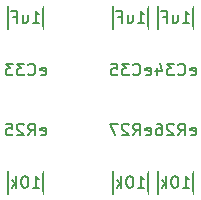
<source format=gbo>
%TF.GenerationSoftware,KiCad,Pcbnew,4.1.0-alpha+201609021633+7109~49~ubuntu16.04.1-product*%
%TF.CreationDate,2016-09-14T14:37:25+05:30*%
%TF.ProjectId,OTS2_encB,4F5453325F656E63422E6B696361645F,rev?*%
%TF.FileFunction,Legend,Bot*%
%FSLAX46Y46*%
G04 Gerber Fmt 4.6, Leading zero omitted, Abs format (unit mm)*
G04 Created by KiCad (PCBNEW 4.1.0-alpha+201609021633+7109~49~ubuntu16.04.1-product) date Wed Sep 14 14:37:25 2016*
%MOMM*%
%LPD*%
G01*
G04 APERTURE LIST*
%ADD10C,0.101600*%
%ADD11C,0.150000*%
%ADD12C,2.700000*%
%ADD13C,3.000000*%
%ADD14R,2.432000X2.432000*%
%ADD15O,2.432000X2.432000*%
%ADD16R,2.900000X2.400000*%
G04 APERTURE END LIST*
D10*
D11*
X148385000Y-97425000D02*
X148385000Y-99425000D01*
X151335000Y-99425000D02*
X151335000Y-97425000D01*
X144575000Y-97425000D02*
X144575000Y-99425000D01*
X147525000Y-99425000D02*
X147525000Y-97425000D01*
X151335000Y-83455000D02*
X151335000Y-85455000D01*
X148385000Y-85455000D02*
X148385000Y-83455000D01*
X135685000Y-97425000D02*
X135685000Y-99425000D01*
X138635000Y-99425000D02*
X138635000Y-97425000D01*
X138635000Y-83455000D02*
X138635000Y-85455000D01*
X135685000Y-85455000D02*
X135685000Y-83455000D01*
X147525000Y-83455000D02*
X147525000Y-85455000D01*
X144575000Y-85455000D02*
X144575000Y-83455000D01*
X151121904Y-94384761D02*
X151217142Y-94432380D01*
X151407619Y-94432380D01*
X151502857Y-94384761D01*
X151550476Y-94289523D01*
X151550476Y-93908571D01*
X151502857Y-93813333D01*
X151407619Y-93765714D01*
X151217142Y-93765714D01*
X151121904Y-93813333D01*
X151074285Y-93908571D01*
X151074285Y-94003809D01*
X151550476Y-94099047D01*
X150074285Y-94432380D02*
X150407619Y-93956190D01*
X150645714Y-94432380D02*
X150645714Y-93432380D01*
X150264761Y-93432380D01*
X150169523Y-93480000D01*
X150121904Y-93527619D01*
X150074285Y-93622857D01*
X150074285Y-93765714D01*
X150121904Y-93860952D01*
X150169523Y-93908571D01*
X150264761Y-93956190D01*
X150645714Y-93956190D01*
X149693333Y-93527619D02*
X149645714Y-93480000D01*
X149550476Y-93432380D01*
X149312380Y-93432380D01*
X149217142Y-93480000D01*
X149169523Y-93527619D01*
X149121904Y-93622857D01*
X149121904Y-93718095D01*
X149169523Y-93860952D01*
X149740952Y-94432380D01*
X149121904Y-94432380D01*
X148264761Y-93432380D02*
X148455238Y-93432380D01*
X148550476Y-93480000D01*
X148598095Y-93527619D01*
X148693333Y-93670476D01*
X148740952Y-93860952D01*
X148740952Y-94241904D01*
X148693333Y-94337142D01*
X148645714Y-94384761D01*
X148550476Y-94432380D01*
X148360000Y-94432380D01*
X148264761Y-94384761D01*
X148217142Y-94337142D01*
X148169523Y-94241904D01*
X148169523Y-94003809D01*
X148217142Y-93908571D01*
X148264761Y-93860952D01*
X148360000Y-93813333D01*
X148550476Y-93813333D01*
X148645714Y-93860952D01*
X148693333Y-93908571D01*
X148740952Y-94003809D01*
X150455238Y-98877380D02*
X151026666Y-98877380D01*
X150740952Y-98877380D02*
X150740952Y-97877380D01*
X150836190Y-98020238D01*
X150931428Y-98115476D01*
X151026666Y-98163095D01*
X149836190Y-97877380D02*
X149740952Y-97877380D01*
X149645714Y-97925000D01*
X149598095Y-97972619D01*
X149550476Y-98067857D01*
X149502857Y-98258333D01*
X149502857Y-98496428D01*
X149550476Y-98686904D01*
X149598095Y-98782142D01*
X149645714Y-98829761D01*
X149740952Y-98877380D01*
X149836190Y-98877380D01*
X149931428Y-98829761D01*
X149979047Y-98782142D01*
X150026666Y-98686904D01*
X150074285Y-98496428D01*
X150074285Y-98258333D01*
X150026666Y-98067857D01*
X149979047Y-97972619D01*
X149931428Y-97925000D01*
X149836190Y-97877380D01*
X149074285Y-98877380D02*
X149074285Y-97877380D01*
X148979047Y-98496428D02*
X148693333Y-98877380D01*
X148693333Y-98210714D02*
X149074285Y-98591666D01*
X147311904Y-94384761D02*
X147407142Y-94432380D01*
X147597619Y-94432380D01*
X147692857Y-94384761D01*
X147740476Y-94289523D01*
X147740476Y-93908571D01*
X147692857Y-93813333D01*
X147597619Y-93765714D01*
X147407142Y-93765714D01*
X147311904Y-93813333D01*
X147264285Y-93908571D01*
X147264285Y-94003809D01*
X147740476Y-94099047D01*
X146264285Y-94432380D02*
X146597619Y-93956190D01*
X146835714Y-94432380D02*
X146835714Y-93432380D01*
X146454761Y-93432380D01*
X146359523Y-93480000D01*
X146311904Y-93527619D01*
X146264285Y-93622857D01*
X146264285Y-93765714D01*
X146311904Y-93860952D01*
X146359523Y-93908571D01*
X146454761Y-93956190D01*
X146835714Y-93956190D01*
X145883333Y-93527619D02*
X145835714Y-93480000D01*
X145740476Y-93432380D01*
X145502380Y-93432380D01*
X145407142Y-93480000D01*
X145359523Y-93527619D01*
X145311904Y-93622857D01*
X145311904Y-93718095D01*
X145359523Y-93860952D01*
X145930952Y-94432380D01*
X145311904Y-94432380D01*
X144978571Y-93432380D02*
X144311904Y-93432380D01*
X144740476Y-94432380D01*
X146645238Y-98877380D02*
X147216666Y-98877380D01*
X146930952Y-98877380D02*
X146930952Y-97877380D01*
X147026190Y-98020238D01*
X147121428Y-98115476D01*
X147216666Y-98163095D01*
X146026190Y-97877380D02*
X145930952Y-97877380D01*
X145835714Y-97925000D01*
X145788095Y-97972619D01*
X145740476Y-98067857D01*
X145692857Y-98258333D01*
X145692857Y-98496428D01*
X145740476Y-98686904D01*
X145788095Y-98782142D01*
X145835714Y-98829761D01*
X145930952Y-98877380D01*
X146026190Y-98877380D01*
X146121428Y-98829761D01*
X146169047Y-98782142D01*
X146216666Y-98686904D01*
X146264285Y-98496428D01*
X146264285Y-98258333D01*
X146216666Y-98067857D01*
X146169047Y-97972619D01*
X146121428Y-97925000D01*
X146026190Y-97877380D01*
X145264285Y-98877380D02*
X145264285Y-97877380D01*
X145169047Y-98496428D02*
X144883333Y-98877380D01*
X144883333Y-98210714D02*
X145264285Y-98591666D01*
X151121904Y-89304761D02*
X151217142Y-89352380D01*
X151407619Y-89352380D01*
X151502857Y-89304761D01*
X151550476Y-89209523D01*
X151550476Y-88828571D01*
X151502857Y-88733333D01*
X151407619Y-88685714D01*
X151217142Y-88685714D01*
X151121904Y-88733333D01*
X151074285Y-88828571D01*
X151074285Y-88923809D01*
X151550476Y-89019047D01*
X150074285Y-89257142D02*
X150121904Y-89304761D01*
X150264761Y-89352380D01*
X150360000Y-89352380D01*
X150502857Y-89304761D01*
X150598095Y-89209523D01*
X150645714Y-89114285D01*
X150693333Y-88923809D01*
X150693333Y-88780952D01*
X150645714Y-88590476D01*
X150598095Y-88495238D01*
X150502857Y-88400000D01*
X150360000Y-88352380D01*
X150264761Y-88352380D01*
X150121904Y-88400000D01*
X150074285Y-88447619D01*
X149740952Y-88352380D02*
X149121904Y-88352380D01*
X149455238Y-88733333D01*
X149312380Y-88733333D01*
X149217142Y-88780952D01*
X149169523Y-88828571D01*
X149121904Y-88923809D01*
X149121904Y-89161904D01*
X149169523Y-89257142D01*
X149217142Y-89304761D01*
X149312380Y-89352380D01*
X149598095Y-89352380D01*
X149693333Y-89304761D01*
X149740952Y-89257142D01*
X148264761Y-88685714D02*
X148264761Y-89352380D01*
X148502857Y-88304761D02*
X148740952Y-89019047D01*
X148121904Y-89019047D01*
X150455238Y-84907380D02*
X151026666Y-84907380D01*
X150740952Y-84907380D02*
X150740952Y-83907380D01*
X150836190Y-84050238D01*
X150931428Y-84145476D01*
X151026666Y-84193095D01*
X149598095Y-84240714D02*
X149598095Y-84907380D01*
X150026666Y-84240714D02*
X150026666Y-84764523D01*
X149979047Y-84859761D01*
X149883809Y-84907380D01*
X149740952Y-84907380D01*
X149645714Y-84859761D01*
X149598095Y-84812142D01*
X148788571Y-84383571D02*
X149121904Y-84383571D01*
X149121904Y-84907380D02*
X149121904Y-83907380D01*
X148645714Y-83907380D01*
X138421904Y-94384761D02*
X138517142Y-94432380D01*
X138707619Y-94432380D01*
X138802857Y-94384761D01*
X138850476Y-94289523D01*
X138850476Y-93908571D01*
X138802857Y-93813333D01*
X138707619Y-93765714D01*
X138517142Y-93765714D01*
X138421904Y-93813333D01*
X138374285Y-93908571D01*
X138374285Y-94003809D01*
X138850476Y-94099047D01*
X137374285Y-94432380D02*
X137707619Y-93956190D01*
X137945714Y-94432380D02*
X137945714Y-93432380D01*
X137564761Y-93432380D01*
X137469523Y-93480000D01*
X137421904Y-93527619D01*
X137374285Y-93622857D01*
X137374285Y-93765714D01*
X137421904Y-93860952D01*
X137469523Y-93908571D01*
X137564761Y-93956190D01*
X137945714Y-93956190D01*
X136993333Y-93527619D02*
X136945714Y-93480000D01*
X136850476Y-93432380D01*
X136612380Y-93432380D01*
X136517142Y-93480000D01*
X136469523Y-93527619D01*
X136421904Y-93622857D01*
X136421904Y-93718095D01*
X136469523Y-93860952D01*
X137040952Y-94432380D01*
X136421904Y-94432380D01*
X135517142Y-93432380D02*
X135993333Y-93432380D01*
X136040952Y-93908571D01*
X135993333Y-93860952D01*
X135898095Y-93813333D01*
X135660000Y-93813333D01*
X135564761Y-93860952D01*
X135517142Y-93908571D01*
X135469523Y-94003809D01*
X135469523Y-94241904D01*
X135517142Y-94337142D01*
X135564761Y-94384761D01*
X135660000Y-94432380D01*
X135898095Y-94432380D01*
X135993333Y-94384761D01*
X136040952Y-94337142D01*
X137755238Y-98877380D02*
X138326666Y-98877380D01*
X138040952Y-98877380D02*
X138040952Y-97877380D01*
X138136190Y-98020238D01*
X138231428Y-98115476D01*
X138326666Y-98163095D01*
X137136190Y-97877380D02*
X137040952Y-97877380D01*
X136945714Y-97925000D01*
X136898095Y-97972619D01*
X136850476Y-98067857D01*
X136802857Y-98258333D01*
X136802857Y-98496428D01*
X136850476Y-98686904D01*
X136898095Y-98782142D01*
X136945714Y-98829761D01*
X137040952Y-98877380D01*
X137136190Y-98877380D01*
X137231428Y-98829761D01*
X137279047Y-98782142D01*
X137326666Y-98686904D01*
X137374285Y-98496428D01*
X137374285Y-98258333D01*
X137326666Y-98067857D01*
X137279047Y-97972619D01*
X137231428Y-97925000D01*
X137136190Y-97877380D01*
X136374285Y-98877380D02*
X136374285Y-97877380D01*
X136279047Y-98496428D02*
X135993333Y-98877380D01*
X135993333Y-98210714D02*
X136374285Y-98591666D01*
X138421904Y-89304761D02*
X138517142Y-89352380D01*
X138707619Y-89352380D01*
X138802857Y-89304761D01*
X138850476Y-89209523D01*
X138850476Y-88828571D01*
X138802857Y-88733333D01*
X138707619Y-88685714D01*
X138517142Y-88685714D01*
X138421904Y-88733333D01*
X138374285Y-88828571D01*
X138374285Y-88923809D01*
X138850476Y-89019047D01*
X137374285Y-89257142D02*
X137421904Y-89304761D01*
X137564761Y-89352380D01*
X137660000Y-89352380D01*
X137802857Y-89304761D01*
X137898095Y-89209523D01*
X137945714Y-89114285D01*
X137993333Y-88923809D01*
X137993333Y-88780952D01*
X137945714Y-88590476D01*
X137898095Y-88495238D01*
X137802857Y-88400000D01*
X137660000Y-88352380D01*
X137564761Y-88352380D01*
X137421904Y-88400000D01*
X137374285Y-88447619D01*
X137040952Y-88352380D02*
X136421904Y-88352380D01*
X136755238Y-88733333D01*
X136612380Y-88733333D01*
X136517142Y-88780952D01*
X136469523Y-88828571D01*
X136421904Y-88923809D01*
X136421904Y-89161904D01*
X136469523Y-89257142D01*
X136517142Y-89304761D01*
X136612380Y-89352380D01*
X136898095Y-89352380D01*
X136993333Y-89304761D01*
X137040952Y-89257142D01*
X136088571Y-88352380D02*
X135469523Y-88352380D01*
X135802857Y-88733333D01*
X135660000Y-88733333D01*
X135564761Y-88780952D01*
X135517142Y-88828571D01*
X135469523Y-88923809D01*
X135469523Y-89161904D01*
X135517142Y-89257142D01*
X135564761Y-89304761D01*
X135660000Y-89352380D01*
X135945714Y-89352380D01*
X136040952Y-89304761D01*
X136088571Y-89257142D01*
X137755238Y-84907380D02*
X138326666Y-84907380D01*
X138040952Y-84907380D02*
X138040952Y-83907380D01*
X138136190Y-84050238D01*
X138231428Y-84145476D01*
X138326666Y-84193095D01*
X136898095Y-84240714D02*
X136898095Y-84907380D01*
X137326666Y-84240714D02*
X137326666Y-84764523D01*
X137279047Y-84859761D01*
X137183809Y-84907380D01*
X137040952Y-84907380D01*
X136945714Y-84859761D01*
X136898095Y-84812142D01*
X136088571Y-84383571D02*
X136421904Y-84383571D01*
X136421904Y-84907380D02*
X136421904Y-83907380D01*
X135945714Y-83907380D01*
X147311904Y-89304761D02*
X147407142Y-89352380D01*
X147597619Y-89352380D01*
X147692857Y-89304761D01*
X147740476Y-89209523D01*
X147740476Y-88828571D01*
X147692857Y-88733333D01*
X147597619Y-88685714D01*
X147407142Y-88685714D01*
X147311904Y-88733333D01*
X147264285Y-88828571D01*
X147264285Y-88923809D01*
X147740476Y-89019047D01*
X146264285Y-89257142D02*
X146311904Y-89304761D01*
X146454761Y-89352380D01*
X146550000Y-89352380D01*
X146692857Y-89304761D01*
X146788095Y-89209523D01*
X146835714Y-89114285D01*
X146883333Y-88923809D01*
X146883333Y-88780952D01*
X146835714Y-88590476D01*
X146788095Y-88495238D01*
X146692857Y-88400000D01*
X146550000Y-88352380D01*
X146454761Y-88352380D01*
X146311904Y-88400000D01*
X146264285Y-88447619D01*
X145930952Y-88352380D02*
X145311904Y-88352380D01*
X145645238Y-88733333D01*
X145502380Y-88733333D01*
X145407142Y-88780952D01*
X145359523Y-88828571D01*
X145311904Y-88923809D01*
X145311904Y-89161904D01*
X145359523Y-89257142D01*
X145407142Y-89304761D01*
X145502380Y-89352380D01*
X145788095Y-89352380D01*
X145883333Y-89304761D01*
X145930952Y-89257142D01*
X144407142Y-88352380D02*
X144883333Y-88352380D01*
X144930952Y-88828571D01*
X144883333Y-88780952D01*
X144788095Y-88733333D01*
X144550000Y-88733333D01*
X144454761Y-88780952D01*
X144407142Y-88828571D01*
X144359523Y-88923809D01*
X144359523Y-89161904D01*
X144407142Y-89257142D01*
X144454761Y-89304761D01*
X144550000Y-89352380D01*
X144788095Y-89352380D01*
X144883333Y-89304761D01*
X144930952Y-89257142D01*
X146645238Y-84907380D02*
X147216666Y-84907380D01*
X146930952Y-84907380D02*
X146930952Y-83907380D01*
X147026190Y-84050238D01*
X147121428Y-84145476D01*
X147216666Y-84193095D01*
X145788095Y-84240714D02*
X145788095Y-84907380D01*
X146216666Y-84240714D02*
X146216666Y-84764523D01*
X146169047Y-84859761D01*
X146073809Y-84907380D01*
X145930952Y-84907380D01*
X145835714Y-84859761D01*
X145788095Y-84812142D01*
X144978571Y-84383571D02*
X145311904Y-84383571D01*
X145311904Y-84907380D02*
X145311904Y-83907380D01*
X144835714Y-83907380D01*
%LPC*%
D12*
X140035000Y-91440000D03*
D13*
X141605000Y-95940000D03*
D12*
X141605000Y-100700000D03*
D13*
X141605000Y-86940000D03*
D12*
X141605000Y-82180000D03*
X150865000Y-91440000D03*
D14*
X154305000Y-98425000D03*
D15*
X154305000Y-95885000D03*
D16*
X149860000Y-100425000D03*
X149860000Y-96425000D03*
X146050000Y-100425000D03*
X146050000Y-96425000D03*
X149860000Y-86455000D03*
X149860000Y-82455000D03*
X137160000Y-100425000D03*
X137160000Y-96425000D03*
X137160000Y-86455000D03*
X137160000Y-82455000D03*
X146050000Y-86455000D03*
X146050000Y-82455000D03*
D14*
X154305000Y-84455000D03*
D15*
X154305000Y-86995000D03*
D14*
X140335000Y-104140000D03*
D15*
X142875000Y-104140000D03*
D14*
X142875000Y-78740000D03*
D15*
X140335000Y-78740000D03*
M02*

</source>
